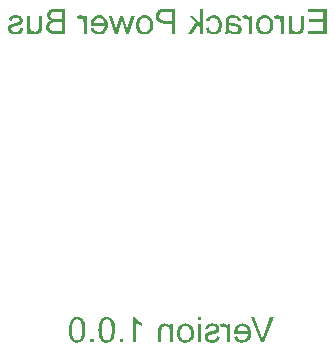
<source format=gbo>
%FSLAX33Y33*%
%MOMM*%
%LNbottom silkscreen_traces*%
%LNtext*%
G36*
G01*
X90955Y1400D02*
X91787Y3547D01*
X91479Y3547D01*
X90921Y1987D01*
X90889Y1895D01*
X90859Y1806D01*
X90832Y1719D01*
X90808Y1636D01*
X90782Y1724D01*
X90754Y1812D01*
X90725Y1900D01*
X90693Y1987D01*
X90112Y3547D01*
X89822Y3547D01*
X90663Y1400D01*
X90955Y1400D01*
X90955Y1400D01*
X88702Y1901D02*
X88429Y1867D01*
X88468Y1755D01*
X88521Y1655D01*
X88588Y1569D01*
X88668Y1497D01*
X88761Y1439D01*
X88867Y1398D01*
X88984Y1373D01*
X89113Y1365D01*
X89275Y1378D01*
X89419Y1417D01*
X89546Y1483D01*
X89655Y1575D01*
X89742Y1691D01*
X89805Y1828D01*
X89842Y1986D01*
X89855Y2165D01*
X89842Y2350D01*
X89804Y2513D01*
X89741Y2655D01*
X89652Y2774D01*
X89544Y2869D01*
X89420Y2937D01*
X89282Y2977D01*
X89128Y2991D01*
X89106Y2989D01*
X89125Y2774D01*
X89212Y2766D01*
X89292Y2744D01*
X89365Y2706D01*
X89431Y2652D01*
X89486Y2587D01*
X89527Y2510D01*
X89554Y2424D01*
X89568Y2327D01*
X89568Y2327D01*
X88699Y2327D01*
X88712Y2419D01*
X88733Y2499D01*
X88761Y2566D01*
X88798Y2622D01*
X88866Y2688D01*
X88943Y2736D01*
X89029Y2765D01*
X89125Y2774D01*
X89106Y2989D01*
X88979Y2978D01*
X88845Y2938D01*
X88724Y2871D01*
X88618Y2778D01*
X88532Y2661D01*
X88470Y2523D01*
X88433Y2363D01*
X88421Y2181D01*
X88421Y2168D01*
X88421Y2151D01*
X88421Y2132D01*
X88422Y2110D01*
X89582Y2110D01*
X89568Y1990D01*
X89539Y1884D01*
X89495Y1793D01*
X89437Y1718D01*
X89368Y1658D01*
X89291Y1616D01*
X89205Y1590D01*
X89112Y1582D01*
X89042Y1586D01*
X88978Y1601D01*
X88918Y1624D01*
X88864Y1658D01*
X88816Y1702D01*
X88772Y1757D01*
X88734Y1823D01*
X88702Y1901D01*
X88702Y1901D01*
X88101Y1400D02*
X88101Y2956D01*
X87864Y2956D01*
X87864Y2720D01*
X87819Y2796D01*
X87777Y2857D01*
X87735Y2905D01*
X87696Y2938D01*
X87657Y2961D01*
X87615Y2978D01*
X87572Y2988D01*
X87527Y2991D01*
X87460Y2986D01*
X87393Y2970D01*
X87325Y2943D01*
X87256Y2906D01*
X87347Y2661D01*
X87395Y2686D01*
X87443Y2704D01*
X87492Y2715D01*
X87540Y2718D01*
X87582Y2715D01*
X87622Y2705D01*
X87660Y2689D01*
X87695Y2666D01*
X87727Y2638D01*
X87754Y2604D01*
X87776Y2566D01*
X87794Y2522D01*
X87813Y2450D01*
X87827Y2375D01*
X87835Y2296D01*
X87838Y2214D01*
X87838Y1400D01*
X88101Y1400D01*
X88101Y1400D01*
X87205Y1864D02*
X86944Y1905D01*
X86928Y1832D01*
X86902Y1767D01*
X86867Y1711D01*
X86822Y1665D01*
X86767Y1629D01*
X86701Y1603D01*
X86626Y1587D01*
X86541Y1582D01*
X86456Y1586D01*
X86383Y1600D01*
X86321Y1623D01*
X86272Y1656D01*
X86233Y1694D01*
X86206Y1736D01*
X86189Y1781D01*
X86184Y1829D01*
X86189Y1871D01*
X86203Y1909D01*
X86227Y1942D01*
X86261Y1970D01*
X86299Y1989D01*
X86356Y2010D01*
X86433Y2033D01*
X86531Y2059D01*
X86665Y2095D01*
X86776Y2127D01*
X86866Y2158D01*
X86933Y2186D01*
X86986Y2215D01*
X87032Y2250D01*
X87071Y2289D01*
X87103Y2334D01*
X87128Y2382D01*
X87146Y2433D01*
X87157Y2487D01*
X87161Y2543D01*
X87158Y2594D01*
X87149Y2643D01*
X87134Y2690D01*
X87113Y2735D01*
X87087Y2778D01*
X87057Y2816D01*
X87022Y2851D01*
X86984Y2882D01*
X86950Y2904D01*
X86911Y2924D01*
X86866Y2943D01*
X86816Y2959D01*
X86762Y2973D01*
X86706Y2983D01*
X86648Y2989D01*
X86588Y2991D01*
X86499Y2988D01*
X86416Y2978D01*
X86339Y2961D01*
X86267Y2938D01*
X86202Y2909D01*
X86146Y2876D01*
X86100Y2838D01*
X86062Y2795D01*
X86032Y2746D01*
X86006Y2690D01*
X85986Y2626D01*
X85971Y2554D01*
X86229Y2519D01*
X86242Y2576D01*
X86263Y2626D01*
X86293Y2670D01*
X86331Y2707D01*
X86377Y2736D01*
X86433Y2757D01*
X86496Y2770D01*
X86569Y2774D01*
X86653Y2770D01*
X86725Y2759D01*
X86783Y2740D01*
X86828Y2714D01*
X86862Y2683D01*
X86887Y2649D01*
X86901Y2612D01*
X86906Y2573D01*
X86904Y2548D01*
X86898Y2525D01*
X86888Y2502D01*
X86874Y2481D01*
X86855Y2461D01*
X86832Y2442D01*
X86805Y2426D01*
X86773Y2411D01*
X86743Y2401D01*
X86695Y2387D01*
X86627Y2367D01*
X86540Y2343D01*
X86410Y2308D01*
X86302Y2275D01*
X86215Y2247D01*
X86149Y2221D01*
X86097Y2195D01*
X86051Y2163D01*
X86010Y2125D01*
X85976Y2083D01*
X85948Y2034D01*
X85928Y1981D01*
X85917Y1922D01*
X85913Y1857D01*
X85918Y1792D01*
X85932Y1729D01*
X85956Y1668D01*
X85990Y1609D01*
X86032Y1554D01*
X86084Y1505D01*
X86143Y1464D01*
X86212Y1429D01*
X86286Y1401D01*
X86366Y1381D01*
X86451Y1369D01*
X86540Y1365D01*
X86682Y1373D01*
X86807Y1396D01*
X86913Y1436D01*
X87002Y1491D01*
X87074Y1561D01*
X87132Y1647D01*
X87176Y1748D01*
X87205Y1864D01*
X87205Y1864D01*
X85598Y1400D02*
X85598Y2956D01*
X85334Y2956D01*
X85334Y1400D01*
X85598Y1400D01*
X85598Y1400D01*
X85598Y3244D02*
X85598Y3547D01*
X85334Y3547D01*
X85334Y3244D01*
X85598Y3244D01*
X85598Y3244D01*
X85031Y2178D02*
X85016Y2380D01*
X84971Y2554D01*
X84896Y2700D01*
X84791Y2818D01*
X84685Y2894D01*
X84568Y2948D01*
X84440Y2980D01*
X84301Y2991D01*
X84148Y2978D01*
X84010Y2938D01*
X83886Y2873D01*
X83777Y2781D01*
X83688Y2665D01*
X83624Y2530D01*
X83586Y2375D01*
X83573Y2200D01*
X83579Y2058D01*
X83596Y1932D01*
X83624Y1821D01*
X83663Y1727D01*
X83714Y1646D01*
X83774Y1574D01*
X83845Y1512D01*
X83926Y1460D01*
X84014Y1418D01*
X84106Y1389D01*
X84202Y1371D01*
X84301Y1365D01*
X84320Y1366D01*
X84301Y1582D01*
X84207Y1591D01*
X84122Y1619D01*
X84044Y1666D01*
X83975Y1731D01*
X83918Y1816D01*
X83877Y1920D01*
X83853Y2043D01*
X83844Y2187D01*
X83853Y2322D01*
X83877Y2440D01*
X83918Y2541D01*
X83975Y2624D01*
X84045Y2689D01*
X84123Y2735D01*
X84208Y2763D01*
X84301Y2773D01*
X84396Y2763D01*
X84482Y2736D01*
X84560Y2689D01*
X84630Y2625D01*
X84687Y2541D01*
X84727Y2439D01*
X84752Y2318D01*
X84760Y2178D01*
X84760Y2178D01*
X84752Y2038D01*
X84727Y1917D01*
X84687Y1814D01*
X84630Y1730D01*
X84560Y1665D01*
X84482Y1619D01*
X84396Y1591D01*
X84301Y1582D01*
X84320Y1366D01*
X84457Y1378D01*
X84597Y1417D01*
X84721Y1483D01*
X84829Y1574D01*
X84918Y1691D01*
X84981Y1830D01*
X85018Y1992D01*
X85031Y2178D01*
X85031Y2178D01*
X83264Y1400D02*
X83264Y2956D01*
X83027Y2956D01*
X83027Y2734D01*
X82932Y2847D01*
X82817Y2927D01*
X82684Y2975D01*
X82532Y2991D01*
X82463Y2988D01*
X82397Y2978D01*
X82334Y2962D01*
X82273Y2940D01*
X82218Y2913D01*
X82170Y2882D01*
X82130Y2847D01*
X82097Y2808D01*
X82070Y2765D01*
X82047Y2718D01*
X82029Y2667D01*
X82015Y2613D01*
X82008Y2569D01*
X82004Y2512D01*
X82001Y2441D01*
X82000Y2357D01*
X82000Y1400D01*
X82264Y1400D01*
X82264Y2346D01*
X82266Y2422D01*
X82271Y2487D01*
X82281Y2542D01*
X82295Y2587D01*
X82313Y2625D01*
X82337Y2659D01*
X82367Y2689D01*
X82404Y2715D01*
X82445Y2736D01*
X82489Y2750D01*
X82536Y2759D01*
X82588Y2762D01*
X82669Y2756D01*
X82744Y2736D01*
X82814Y2702D01*
X82878Y2655D01*
X82932Y2590D01*
X82970Y2500D01*
X82993Y2387D01*
X83001Y2250D01*
X83001Y1400D01*
X83264Y1400D01*
X83264Y1400D01*
X79842Y1400D02*
X80106Y1400D01*
X80106Y3080D01*
X80157Y3035D01*
X80216Y2989D01*
X80282Y2944D01*
X80356Y2899D01*
X80431Y2856D01*
X80502Y2819D01*
X80570Y2788D01*
X80633Y2762D01*
X80633Y3017D01*
X80526Y3072D01*
X80426Y3132D01*
X80333Y3198D01*
X80247Y3269D01*
X80170Y3343D01*
X80105Y3415D01*
X80053Y3486D01*
X80012Y3556D01*
X79842Y3556D01*
X79842Y1400D01*
X79842Y1400D01*
X79019Y1400D02*
X79019Y1700D01*
X78719Y1700D01*
X78719Y1400D01*
X79019Y1400D01*
X79019Y1400D01*
X78334Y2459D02*
X78329Y2640D01*
X78314Y2803D01*
X78290Y2947D01*
X78255Y3072D01*
X78211Y3182D01*
X78158Y3278D01*
X78095Y3361D01*
X78022Y3430D01*
X77940Y3485D01*
X77848Y3525D01*
X77746Y3548D01*
X77633Y3556D01*
X77550Y3552D01*
X77471Y3539D01*
X77398Y3517D01*
X77330Y3487D01*
X77268Y3448D01*
X77211Y3402D01*
X77160Y3348D01*
X77115Y3286D01*
X77075Y3217D01*
X77039Y3141D01*
X77008Y3057D01*
X76982Y2967D01*
X76960Y2864D01*
X76945Y2746D01*
X76936Y2611D01*
X76933Y2459D01*
X76938Y2279D01*
X76953Y2118D01*
X76977Y1974D01*
X77011Y1849D01*
X77054Y1739D01*
X77108Y1643D01*
X77171Y1560D01*
X77243Y1490D01*
X77325Y1435D01*
X77418Y1395D01*
X77521Y1371D01*
X77633Y1363D01*
X77654Y1365D01*
X77633Y1580D01*
X77546Y1591D01*
X77466Y1624D01*
X77393Y1679D01*
X77328Y1756D01*
X77274Y1866D01*
X77235Y2020D01*
X77212Y2217D01*
X77204Y2459D01*
X77212Y2702D01*
X77235Y2900D01*
X77274Y3054D01*
X77328Y3164D01*
X77394Y3240D01*
X77467Y3294D01*
X77548Y3327D01*
X77636Y3338D01*
X77723Y3328D01*
X77800Y3300D01*
X77868Y3251D01*
X77926Y3184D01*
X77986Y3065D01*
X78029Y2905D01*
X78054Y2703D01*
X78063Y2459D01*
X78063Y2459D01*
X78055Y2217D01*
X78032Y2019D01*
X77993Y1865D01*
X77939Y1755D01*
X77873Y1679D01*
X77801Y1624D01*
X77721Y1591D01*
X77633Y1580D01*
X77654Y1365D01*
X77780Y1377D01*
X77911Y1419D01*
X78024Y1489D01*
X78121Y1586D01*
X78214Y1741D01*
X78281Y1938D01*
X78320Y2178D01*
X78334Y2459D01*
X78334Y2459D01*
X76517Y1400D02*
X76517Y1700D01*
X76217Y1700D01*
X76217Y1400D01*
X76517Y1400D01*
X76517Y1400D01*
X75832Y2459D02*
X75827Y2640D01*
X75812Y2803D01*
X75788Y2947D01*
X75753Y3072D01*
X75709Y3182D01*
X75656Y3278D01*
X75593Y3361D01*
X75520Y3430D01*
X75438Y3485D01*
X75346Y3525D01*
X75244Y3548D01*
X75131Y3556D01*
X75048Y3552D01*
X74969Y3539D01*
X74896Y3517D01*
X74828Y3487D01*
X74766Y3448D01*
X74709Y3402D01*
X74658Y3348D01*
X74613Y3286D01*
X74573Y3217D01*
X74537Y3141D01*
X74506Y3057D01*
X74480Y2967D01*
X74458Y2864D01*
X74443Y2746D01*
X74434Y2611D01*
X74431Y2459D01*
X74436Y2279D01*
X74451Y2118D01*
X74475Y1974D01*
X74509Y1849D01*
X74553Y1739D01*
X74606Y1643D01*
X74669Y1560D01*
X74741Y1490D01*
X74823Y1435D01*
X74916Y1395D01*
X75019Y1371D01*
X75131Y1363D01*
X75152Y1365D01*
X75131Y1580D01*
X75044Y1591D01*
X74964Y1624D01*
X74892Y1679D01*
X74826Y1756D01*
X74772Y1866D01*
X74733Y2020D01*
X74710Y2217D01*
X74702Y2459D01*
X74710Y2702D01*
X74733Y2900D01*
X74772Y3054D01*
X74826Y3164D01*
X74892Y3240D01*
X74965Y3294D01*
X75046Y3327D01*
X75134Y3338D01*
X75221Y3328D01*
X75298Y3300D01*
X75366Y3251D01*
X75424Y3184D01*
X75484Y3065D01*
X75527Y2905D01*
X75552Y2703D01*
X75561Y2459D01*
X75561Y2459D01*
X75553Y2217D01*
X75530Y2019D01*
X75491Y1865D01*
X75437Y1755D01*
X75371Y1679D01*
X75299Y1624D01*
X75219Y1591D01*
X75131Y1580D01*
X75152Y1365D01*
X75278Y1377D01*
X75409Y1419D01*
X75522Y1489D01*
X75619Y1586D01*
X75712Y1741D01*
X75779Y1938D01*
X75818Y2178D01*
X75832Y2459D01*
X75832Y2459D01*
X96263Y27500D02*
X96263Y29647D01*
X94710Y29647D01*
X94710Y29394D01*
X95979Y29394D01*
X95979Y28736D01*
X94791Y28736D01*
X94791Y28484D01*
X95979Y28484D01*
X95979Y27753D01*
X94660Y27753D01*
X94660Y27500D01*
X96263Y27500D01*
X96263Y27500D01*
X93282Y27500D02*
X93282Y27729D01*
X93381Y27613D01*
X93496Y27531D01*
X93627Y27481D01*
X93775Y27465D01*
X93843Y27468D01*
X93908Y27478D01*
X93972Y27495D01*
X94032Y27518D01*
X94088Y27546D01*
X94136Y27577D01*
X94177Y27612D01*
X94210Y27650D01*
X94236Y27692D01*
X94259Y27739D01*
X94277Y27790D01*
X94291Y27846D01*
X94298Y27890D01*
X94303Y27946D01*
X94306Y28013D01*
X94307Y28092D01*
X94307Y29056D01*
X94043Y29056D01*
X94043Y28193D01*
X94042Y28098D01*
X94039Y28020D01*
X94034Y27959D01*
X94027Y27915D01*
X94011Y27865D01*
X93988Y27822D01*
X93959Y27784D01*
X93922Y27751D01*
X93879Y27725D01*
X93832Y27707D01*
X93780Y27696D01*
X93723Y27692D01*
X93664Y27696D01*
X93608Y27707D01*
X93553Y27726D01*
X93500Y27753D01*
X93452Y27786D01*
X93411Y27824D01*
X93378Y27869D01*
X93353Y27918D01*
X93334Y27976D01*
X93320Y28047D01*
X93312Y28128D01*
X93310Y28222D01*
X93310Y29056D01*
X93046Y29056D01*
X93046Y27500D01*
X93282Y27500D01*
X93282Y27500D01*
X92636Y27500D02*
X92636Y29056D01*
X92398Y29056D01*
X92398Y28820D01*
X92354Y28896D01*
X92311Y28957D01*
X92270Y29005D01*
X92231Y29038D01*
X92191Y29061D01*
X92150Y29078D01*
X92107Y29088D01*
X92061Y29091D01*
X91995Y29086D01*
X91927Y29070D01*
X91859Y29043D01*
X91790Y29006D01*
X91881Y28761D01*
X91930Y28786D01*
X91978Y28804D01*
X92026Y28815D01*
X92075Y28818D01*
X92117Y28815D01*
X92157Y28805D01*
X92194Y28789D01*
X92230Y28766D01*
X92262Y28738D01*
X92289Y28704D01*
X92311Y28666D01*
X92328Y28622D01*
X92347Y28550D01*
X92361Y28475D01*
X92369Y28396D01*
X92372Y28314D01*
X92372Y27500D01*
X92636Y27500D01*
X92636Y27500D01*
X91732Y28278D02*
X91717Y28480D01*
X91672Y28654D01*
X91597Y28800D01*
X91492Y28918D01*
X91386Y28994D01*
X91269Y29048D01*
X91141Y29080D01*
X91002Y29091D01*
X90849Y29078D01*
X90711Y29038D01*
X90587Y28973D01*
X90478Y28881D01*
X90389Y28765D01*
X90325Y28630D01*
X90287Y28475D01*
X90274Y28300D01*
X90280Y28158D01*
X90297Y28032D01*
X90325Y27921D01*
X90364Y27827D01*
X90415Y27746D01*
X90475Y27674D01*
X90546Y27612D01*
X90627Y27560D01*
X90715Y27518D01*
X90807Y27489D01*
X90903Y27471D01*
X91002Y27465D01*
X91021Y27466D01*
X91002Y27682D01*
X90908Y27691D01*
X90823Y27719D01*
X90745Y27766D01*
X90676Y27831D01*
X90619Y27916D01*
X90578Y28020D01*
X90554Y28143D01*
X90545Y28287D01*
X90554Y28422D01*
X90578Y28540D01*
X90619Y28641D01*
X90676Y28724D01*
X90746Y28789D01*
X90824Y28835D01*
X90909Y28863D01*
X91002Y28873D01*
X91097Y28863D01*
X91183Y28836D01*
X91261Y28789D01*
X91331Y28725D01*
X91388Y28641D01*
X91428Y28539D01*
X91453Y28418D01*
X91461Y28278D01*
X91461Y28278D01*
X91453Y28138D01*
X91428Y28017D01*
X91388Y27914D01*
X91331Y27830D01*
X91261Y27765D01*
X91183Y27719D01*
X91097Y27691D01*
X91002Y27682D01*
X91021Y27466D01*
X91158Y27478D01*
X91298Y27517D01*
X91422Y27583D01*
X91530Y27674D01*
X91619Y27791D01*
X91682Y27930D01*
X91719Y28092D01*
X91732Y28278D01*
X91732Y28278D01*
X89968Y27500D02*
X89968Y29056D01*
X89731Y29056D01*
X89731Y28820D01*
X89686Y28896D01*
X89644Y28957D01*
X89603Y29005D01*
X89563Y29038D01*
X89524Y29061D01*
X89482Y29078D01*
X89439Y29088D01*
X89394Y29091D01*
X89327Y29086D01*
X89260Y29070D01*
X89192Y29043D01*
X89123Y29006D01*
X89214Y28761D01*
X89262Y28786D01*
X89311Y28804D01*
X89359Y28815D01*
X89407Y28818D01*
X89449Y28815D01*
X89489Y28805D01*
X89527Y28789D01*
X89562Y28766D01*
X89594Y28738D01*
X89621Y28704D01*
X89643Y28666D01*
X89661Y28622D01*
X89680Y28550D01*
X89694Y28475D01*
X89702Y28396D01*
X89705Y28314D01*
X89705Y27500D01*
X89968Y27500D01*
X89968Y27500D01*
X87951Y27692D02*
X88024Y27634D01*
X88034Y27627D01*
X88135Y27774D01*
X88087Y27817D01*
X88047Y27866D01*
X88016Y27920D01*
X87997Y27970D01*
X87984Y28031D01*
X87976Y28102D01*
X87973Y28184D01*
X87973Y28281D01*
X87973Y28281D01*
X88054Y28253D01*
X88153Y28227D01*
X88269Y28203D01*
X88404Y28181D01*
X88479Y28169D01*
X88543Y28156D01*
X88594Y28143D01*
X88634Y28128D01*
X88666Y28112D01*
X88693Y28092D01*
X88718Y28069D01*
X88738Y28043D01*
X88754Y28014D01*
X88765Y27983D01*
X88772Y27951D01*
X88774Y27917D01*
X88769Y27867D01*
X88754Y27821D01*
X88730Y27779D01*
X88695Y27742D01*
X88650Y27711D01*
X88596Y27689D01*
X88533Y27676D01*
X88461Y27671D01*
X88387Y27676D01*
X88317Y27688D01*
X88251Y27709D01*
X88190Y27738D01*
X88135Y27774D01*
X88034Y27627D01*
X88095Y27586D01*
X88165Y27546D01*
X88233Y27516D01*
X88302Y27494D01*
X88374Y27478D01*
X88448Y27468D01*
X88524Y27465D01*
X88645Y27473D01*
X88751Y27496D01*
X88842Y27535D01*
X88918Y27590D01*
X88978Y27657D01*
X89021Y27733D01*
X89047Y27817D01*
X89056Y27910D01*
X89052Y27966D01*
X89043Y28019D01*
X89026Y28070D01*
X89004Y28119D01*
X88976Y28164D01*
X88944Y28204D01*
X88908Y28240D01*
X88867Y28271D01*
X88824Y28297D01*
X88778Y28321D01*
X88729Y28341D01*
X88678Y28357D01*
X88634Y28367D01*
X88580Y28377D01*
X88517Y28387D01*
X88443Y28396D01*
X88294Y28416D01*
X88166Y28438D01*
X88059Y28462D01*
X87973Y28487D01*
X87973Y28512D01*
X87972Y28532D01*
X87972Y28546D01*
X87972Y28556D01*
X87976Y28631D01*
X87990Y28693D01*
X88014Y28744D01*
X88046Y28783D01*
X88103Y28822D01*
X88172Y28850D01*
X88253Y28867D01*
X88347Y28873D01*
X88434Y28868D01*
X88508Y28856D01*
X88571Y28836D01*
X88621Y28807D01*
X88663Y28769D01*
X88698Y28717D01*
X88728Y28653D01*
X88752Y28577D01*
X89010Y28612D01*
X88990Y28691D01*
X88964Y28761D01*
X88932Y28824D01*
X88895Y28879D01*
X88850Y28927D01*
X88796Y28969D01*
X88733Y29005D01*
X88662Y29036D01*
X88582Y29060D01*
X88497Y29077D01*
X88406Y29087D01*
X88309Y29091D01*
X88214Y29088D01*
X88128Y29079D01*
X88052Y29064D01*
X87985Y29044D01*
X87927Y29019D01*
X87877Y28991D01*
X87835Y28960D01*
X87802Y28926D01*
X87775Y28888D01*
X87752Y28846D01*
X87734Y28798D01*
X87720Y28747D01*
X87714Y28706D01*
X87710Y28652D01*
X87707Y28585D01*
X87707Y28503D01*
X87707Y28152D01*
X87705Y27985D01*
X87702Y27852D01*
X87697Y27752D01*
X87690Y27687D01*
X87679Y27639D01*
X87665Y27591D01*
X87646Y27545D01*
X87623Y27500D01*
X87898Y27500D01*
X87917Y27543D01*
X87932Y27589D01*
X87943Y27639D01*
X87951Y27692D01*
X87951Y27692D01*
X86283Y28070D02*
X86023Y28036D01*
X86053Y27909D01*
X86099Y27797D01*
X86162Y27700D01*
X86241Y27616D01*
X86333Y27550D01*
X86436Y27503D01*
X86548Y27474D01*
X86671Y27465D01*
X86823Y27478D01*
X86959Y27517D01*
X87079Y27582D01*
X87184Y27674D01*
X87269Y27789D01*
X87330Y27928D01*
X87366Y28088D01*
X87378Y28272D01*
X87373Y28394D01*
X87358Y28508D01*
X87331Y28614D01*
X87295Y28713D01*
X87248Y28801D01*
X87190Y28878D01*
X87121Y28943D01*
X87041Y28996D01*
X86954Y29038D01*
X86863Y29067D01*
X86768Y29085D01*
X86669Y29091D01*
X86548Y29083D01*
X86439Y29059D01*
X86341Y29019D01*
X86255Y28963D01*
X86182Y28892D01*
X86123Y28808D01*
X86078Y28710D01*
X86048Y28599D01*
X86305Y28559D01*
X86327Y28633D01*
X86355Y28696D01*
X86391Y28751D01*
X86434Y28795D01*
X86483Y28830D01*
X86537Y28854D01*
X86596Y28869D01*
X86659Y28874D01*
X86754Y28865D01*
X86840Y28838D01*
X86916Y28794D01*
X86983Y28731D01*
X87037Y28649D01*
X87076Y28547D01*
X87100Y28423D01*
X87107Y28279D01*
X87100Y28133D01*
X87077Y28009D01*
X87040Y27905D01*
X86987Y27824D01*
X86923Y27762D01*
X86849Y27717D01*
X86766Y27691D01*
X86674Y27682D01*
X86599Y27688D01*
X86531Y27705D01*
X86470Y27735D01*
X86415Y27777D01*
X86367Y27831D01*
X86330Y27898D01*
X86301Y27977D01*
X86283Y28070D01*
X86283Y28070D01*
X85796Y27500D02*
X85796Y29647D01*
X85533Y29647D01*
X85533Y28423D01*
X84909Y29056D01*
X84567Y29056D01*
X85162Y28479D01*
X84507Y27500D01*
X84832Y27500D01*
X85347Y28295D01*
X85533Y28117D01*
X85533Y27500D01*
X85796Y27500D01*
X85796Y27500D01*
X83430Y27500D02*
X83430Y29647D01*
X82620Y29647D01*
X82520Y29646D01*
X82432Y29642D01*
X82356Y29636D01*
X82294Y29627D01*
X82218Y29611D01*
X82148Y29589D01*
X82085Y29561D01*
X82029Y29527D01*
X81978Y29486D01*
X81932Y29438D01*
X81892Y29382D01*
X81857Y29319D01*
X81828Y29251D01*
X81808Y29179D01*
X81795Y29105D01*
X81791Y29026D01*
X81802Y28895D01*
X81835Y28773D01*
X81889Y28663D01*
X81966Y28563D01*
X82070Y28480D01*
X82210Y28420D01*
X82385Y28385D01*
X82449Y28381D01*
X82463Y28633D01*
X82356Y28652D01*
X82268Y28684D01*
X82200Y28729D01*
X82149Y28785D01*
X82113Y28852D01*
X82092Y28930D01*
X82084Y29018D01*
X82089Y29083D01*
X82101Y29143D01*
X82123Y29198D01*
X82152Y29248D01*
X82189Y29292D01*
X82231Y29328D01*
X82279Y29356D01*
X82332Y29375D01*
X82375Y29383D01*
X82434Y29389D01*
X82508Y29393D01*
X82597Y29394D01*
X83146Y29394D01*
X83146Y28626D01*
X83146Y28626D01*
X82591Y28626D01*
X82463Y28633D01*
X82449Y28381D01*
X82596Y28373D01*
X83146Y28373D01*
X83146Y27500D01*
X83430Y27500D01*
X83430Y27500D01*
X81561Y28278D02*
X81546Y28480D01*
X81501Y28654D01*
X81426Y28800D01*
X81321Y28918D01*
X81215Y28994D01*
X81098Y29048D01*
X80971Y29080D01*
X80832Y29091D01*
X80679Y29078D01*
X80540Y29038D01*
X80417Y28973D01*
X80307Y28881D01*
X80218Y28765D01*
X80155Y28630D01*
X80116Y28475D01*
X80104Y28300D01*
X80109Y28158D01*
X80126Y28032D01*
X80154Y27921D01*
X80194Y27827D01*
X80244Y27746D01*
X80304Y27674D01*
X80375Y27612D01*
X80456Y27560D01*
X80544Y27518D01*
X80636Y27489D01*
X80732Y27471D01*
X80832Y27465D01*
X80850Y27466D01*
X80832Y27682D01*
X80738Y27691D01*
X80652Y27719D01*
X80574Y27766D01*
X80505Y27831D01*
X80448Y27916D01*
X80407Y28020D01*
X80383Y28143D01*
X80375Y28287D01*
X80383Y28422D01*
X80408Y28540D01*
X80449Y28641D01*
X80506Y28724D01*
X80575Y28789D01*
X80653Y28835D01*
X80738Y28863D01*
X80832Y28873D01*
X80926Y28863D01*
X81013Y28836D01*
X81091Y28789D01*
X81160Y28725D01*
X81217Y28641D01*
X81258Y28539D01*
X81282Y28418D01*
X81290Y28278D01*
X81290Y28278D01*
X81282Y28138D01*
X81258Y28017D01*
X81217Y27914D01*
X81160Y27830D01*
X81091Y27765D01*
X81013Y27719D01*
X80926Y27691D01*
X80832Y27682D01*
X80850Y27466D01*
X80987Y27478D01*
X81127Y27517D01*
X81251Y27583D01*
X81360Y27674D01*
X81448Y27791D01*
X81511Y27930D01*
X81549Y28092D01*
X81561Y28278D01*
X81561Y28278D01*
X79508Y27500D02*
X79984Y29056D01*
X79711Y29056D01*
X79464Y28158D01*
X79371Y27824D01*
X79364Y27853D01*
X79348Y27916D01*
X79324Y28014D01*
X79291Y28145D01*
X79043Y29056D01*
X78772Y29056D01*
X78539Y28153D01*
X78462Y27856D01*
X78372Y28156D01*
X78106Y29056D01*
X77849Y29056D01*
X78336Y27500D01*
X78610Y27500D01*
X78857Y28432D01*
X78917Y28697D01*
X79232Y27500D01*
X79508Y27500D01*
X79508Y27500D01*
X76563Y28001D02*
X76291Y27967D01*
X76330Y27855D01*
X76383Y27755D01*
X76449Y27669D01*
X76530Y27597D01*
X76623Y27539D01*
X76728Y27498D01*
X76845Y27473D01*
X76975Y27465D01*
X77137Y27478D01*
X77281Y27517D01*
X77407Y27583D01*
X77516Y27675D01*
X77604Y27791D01*
X77666Y27928D01*
X77704Y28086D01*
X77716Y28265D01*
X77703Y28450D01*
X77665Y28613D01*
X77602Y28755D01*
X77514Y28874D01*
X77405Y28969D01*
X77282Y29037D01*
X77143Y29077D01*
X76989Y29091D01*
X76967Y29089D01*
X76987Y28874D01*
X77074Y28866D01*
X77154Y28844D01*
X77226Y28806D01*
X77292Y28752D01*
X77347Y28687D01*
X77388Y28610D01*
X77415Y28524D01*
X77429Y28427D01*
X77429Y28427D01*
X76560Y28427D01*
X76573Y28519D01*
X76594Y28599D01*
X76623Y28666D01*
X76660Y28722D01*
X76728Y28788D01*
X76805Y28836D01*
X76891Y28865D01*
X76987Y28874D01*
X76967Y29089D01*
X76841Y29078D01*
X76706Y29038D01*
X76586Y28971D01*
X76480Y28878D01*
X76393Y28761D01*
X76331Y28623D01*
X76294Y28463D01*
X76282Y28281D01*
X76282Y28268D01*
X76282Y28251D01*
X76283Y28232D01*
X76283Y28210D01*
X77444Y28210D01*
X77429Y28090D01*
X77400Y27984D01*
X77356Y27893D01*
X77299Y27818D01*
X77229Y27758D01*
X77152Y27716D01*
X77067Y27690D01*
X76973Y27682D01*
X76903Y27686D01*
X76839Y27701D01*
X76780Y27724D01*
X76726Y27758D01*
X76677Y27802D01*
X76634Y27857D01*
X76596Y27923D01*
X76563Y28001D01*
X76563Y28001D01*
X75963Y27500D02*
X75963Y29056D01*
X75725Y29056D01*
X75725Y28820D01*
X75681Y28896D01*
X75638Y28957D01*
X75597Y29005D01*
X75558Y29038D01*
X75518Y29061D01*
X75477Y29078D01*
X75434Y29088D01*
X75388Y29091D01*
X75321Y29086D01*
X75254Y29070D01*
X75186Y29043D01*
X75117Y29006D01*
X75208Y28761D01*
X75257Y28786D01*
X75305Y28804D01*
X75353Y28815D01*
X75402Y28818D01*
X75444Y28815D01*
X75484Y28805D01*
X75521Y28789D01*
X75557Y28766D01*
X75589Y28738D01*
X75616Y28704D01*
X75638Y28666D01*
X75655Y28622D01*
X75674Y28550D01*
X75688Y28475D01*
X75696Y28396D01*
X75699Y28314D01*
X75699Y27500D01*
X75963Y27500D01*
X75963Y27500D01*
X74105Y27500D02*
X74105Y29647D01*
X73300Y29647D01*
X73183Y29643D01*
X73078Y29631D01*
X72985Y29611D01*
X72905Y29582D01*
X72834Y29545D01*
X72772Y29500D01*
X72718Y29445D01*
X72672Y29382D01*
X72635Y29313D01*
X72609Y29243D01*
X72593Y29171D01*
X72588Y29098D01*
X72592Y29030D01*
X72606Y28964D01*
X72630Y28901D01*
X72662Y28839D01*
X72704Y28781D01*
X72756Y28729D01*
X72817Y28683D01*
X72888Y28643D01*
X72971Y28440D01*
X73010Y28456D01*
X73071Y28472D01*
X73143Y28483D01*
X73228Y28489D01*
X73324Y28492D01*
X73821Y28492D01*
X73821Y27753D01*
X73821Y27753D01*
X73286Y27753D01*
X73223Y27754D01*
X73169Y27756D01*
X73126Y27759D01*
X73093Y27764D01*
X73046Y27774D01*
X73003Y27787D01*
X72964Y27803D01*
X72929Y27822D01*
X72897Y27845D01*
X72869Y27873D01*
X72843Y27905D01*
X72821Y27942D01*
X72802Y27982D01*
X72789Y28026D01*
X72781Y28073D01*
X72778Y28123D01*
X72782Y28181D01*
X72793Y28235D01*
X72813Y28285D01*
X72840Y28331D01*
X72873Y28372D01*
X72913Y28407D01*
X72959Y28435D01*
X72971Y28440D01*
X72888Y28643D01*
X72991Y28813D01*
X72953Y28842D01*
X72922Y28877D01*
X72898Y28917D01*
X72881Y28961D01*
X72871Y29010D01*
X72867Y29064D01*
X72871Y29116D01*
X72880Y29165D01*
X72896Y29210D01*
X72919Y29253D01*
X72947Y29290D01*
X72981Y29321D01*
X73020Y29346D01*
X73065Y29364D01*
X73121Y29377D01*
X73194Y29387D01*
X73285Y29392D01*
X73392Y29394D01*
X73821Y29394D01*
X73821Y28745D01*
X73821Y28745D01*
X73357Y28745D01*
X73269Y28747D01*
X73194Y28751D01*
X73133Y28759D01*
X73086Y28770D01*
X73035Y28789D01*
X72991Y28813D01*
X72888Y28643D01*
X72796Y28609D01*
X72716Y28565D01*
X72646Y28512D01*
X72588Y28448D01*
X72543Y28376D01*
X72510Y28298D01*
X72490Y28213D01*
X72484Y28123D01*
X72488Y28048D01*
X72500Y27977D01*
X72519Y27908D01*
X72547Y27842D01*
X72581Y27781D01*
X72619Y27727D01*
X72660Y27681D01*
X72705Y27642D01*
X72755Y27609D01*
X72810Y27580D01*
X72872Y27556D01*
X72940Y27536D01*
X73015Y27520D01*
X73097Y27509D01*
X73188Y27502D01*
X73286Y27500D01*
X74105Y27500D01*
X74105Y27500D01*
X71107Y27500D02*
X71107Y27729D01*
X71206Y27613D01*
X71321Y27531D01*
X71452Y27481D01*
X71600Y27465D01*
X71668Y27468D01*
X71733Y27478D01*
X71797Y27495D01*
X71857Y27518D01*
X71913Y27546D01*
X71961Y27577D01*
X72002Y27612D01*
X72035Y27650D01*
X72061Y27692D01*
X72084Y27739D01*
X72102Y27790D01*
X72116Y27846D01*
X72123Y27890D01*
X72128Y27946D01*
X72131Y28013D01*
X72132Y28092D01*
X72132Y29056D01*
X71868Y29056D01*
X71868Y28193D01*
X71867Y28098D01*
X71864Y28020D01*
X71859Y27959D01*
X71852Y27915D01*
X71836Y27865D01*
X71813Y27822D01*
X71784Y27784D01*
X71747Y27751D01*
X71704Y27725D01*
X71657Y27707D01*
X71605Y27696D01*
X71548Y27692D01*
X71489Y27696D01*
X71433Y27707D01*
X71378Y27726D01*
X71325Y27753D01*
X71277Y27786D01*
X71236Y27824D01*
X71203Y27869D01*
X71178Y27918D01*
X71159Y27976D01*
X71145Y28047D01*
X71137Y28128D01*
X71134Y28222D01*
X71134Y29056D01*
X70871Y29056D01*
X70871Y27500D01*
X71107Y27500D01*
X71107Y27500D01*
X70563Y27964D02*
X70302Y28005D01*
X70287Y27932D01*
X70261Y27867D01*
X70225Y27811D01*
X70180Y27765D01*
X70125Y27729D01*
X70060Y27703D01*
X69985Y27687D01*
X69900Y27682D01*
X69815Y27686D01*
X69741Y27700D01*
X69680Y27723D01*
X69630Y27756D01*
X69592Y27794D01*
X69564Y27836D01*
X69548Y27881D01*
X69542Y27929D01*
X69547Y27971D01*
X69562Y28009D01*
X69586Y28042D01*
X69620Y28070D01*
X69657Y28089D01*
X69714Y28110D01*
X69792Y28133D01*
X69889Y28159D01*
X70023Y28195D01*
X70135Y28227D01*
X70224Y28258D01*
X70291Y28286D01*
X70344Y28315D01*
X70390Y28350D01*
X70429Y28389D01*
X70461Y28434D01*
X70487Y28482D01*
X70505Y28533D01*
X70516Y28587D01*
X70519Y28643D01*
X70516Y28694D01*
X70507Y28743D01*
X70492Y28790D01*
X70472Y28835D01*
X70446Y28878D01*
X70415Y28916D01*
X70381Y28951D01*
X70342Y28982D01*
X70308Y29004D01*
X70269Y29024D01*
X70225Y29043D01*
X70174Y29059D01*
X70120Y29073D01*
X70064Y29083D01*
X70006Y29089D01*
X69946Y29091D01*
X69858Y29088D01*
X69775Y29078D01*
X69697Y29061D01*
X69625Y29038D01*
X69560Y29009D01*
X69505Y28976D01*
X69458Y28938D01*
X69421Y28895D01*
X69390Y28846D01*
X69365Y28790D01*
X69345Y28726D01*
X69330Y28654D01*
X69588Y28619D01*
X69601Y28676D01*
X69622Y28726D01*
X69651Y28770D01*
X69689Y28807D01*
X69736Y28836D01*
X69791Y28857D01*
X69855Y28870D01*
X69927Y28874D01*
X70012Y28870D01*
X70083Y28859D01*
X70141Y28840D01*
X70187Y28814D01*
X70221Y28783D01*
X70245Y28749D01*
X70259Y28712D01*
X70264Y28673D01*
X70262Y28648D01*
X70256Y28625D01*
X70246Y28602D01*
X70232Y28581D01*
X70214Y28561D01*
X70191Y28542D01*
X70163Y28526D01*
X70131Y28511D01*
X70102Y28501D01*
X70053Y28487D01*
X69985Y28467D01*
X69898Y28443D01*
X69769Y28408D01*
X69661Y28375D01*
X69574Y28347D01*
X69508Y28321D01*
X69455Y28295D01*
X69409Y28263D01*
X69369Y28225D01*
X69334Y28183D01*
X69307Y28134D01*
X69287Y28081D01*
X69275Y28022D01*
X69271Y27957D01*
X69276Y27892D01*
X69290Y27829D01*
X69314Y27768D01*
X69348Y27709D01*
X69391Y27654D01*
X69442Y27605D01*
X69502Y27564D01*
X69570Y27529D01*
X69645Y27501D01*
X69725Y27481D01*
X69809Y27469D01*
X69898Y27465D01*
X70041Y27473D01*
X70165Y27496D01*
X70272Y27536D01*
X70360Y27591D01*
X70433Y27661D01*
X70490Y27747D01*
X70534Y27848D01*
X70563Y27964D01*
X70563Y27964D01*
G37*
M02*
</source>
